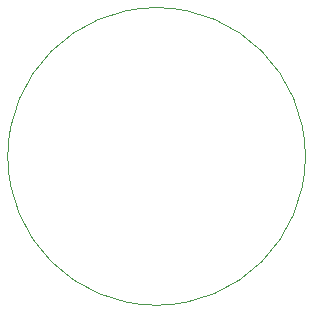
<source format=gbr>
%TF.GenerationSoftware,KiCad,Pcbnew,(5.1.7)-1*%
%TF.CreationDate,2021-06-11T01:00:18-05:00*%
%TF.ProjectId,lamp_pcb,6c616d70-5f70-4636-922e-6b696361645f,rev?*%
%TF.SameCoordinates,Original*%
%TF.FileFunction,Profile,NP*%
%FSLAX46Y46*%
G04 Gerber Fmt 4.6, Leading zero omitted, Abs format (unit mm)*
G04 Created by KiCad (PCBNEW (5.1.7)-1) date 2021-06-11 01:00:18*
%MOMM*%
%LPD*%
G01*
G04 APERTURE LIST*
%TA.AperFunction,Profile*%
%ADD10C,0.050000*%
%TD*%
G04 APERTURE END LIST*
D10*
X181510000Y-111760000D02*
G75*
G03*
X181510000Y-111760000I-12600000J0D01*
G01*
M02*

</source>
